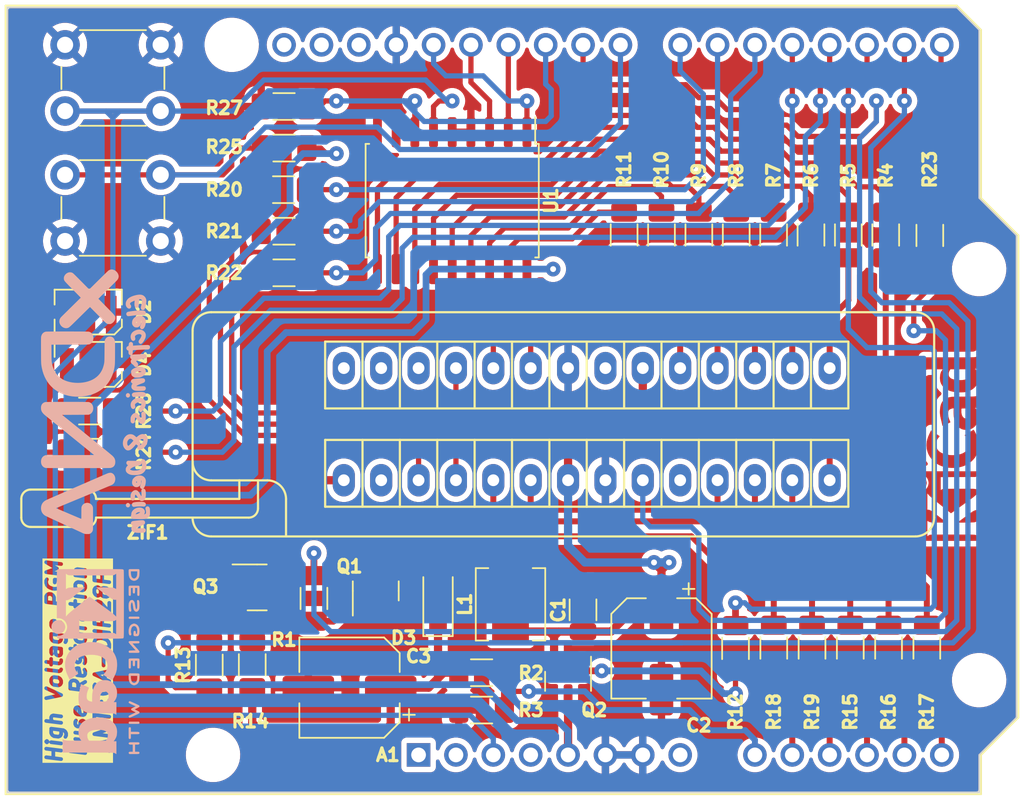
<source format=kicad_pcb>
(kicad_pcb (version 20221018) (generator pcbnew)
  (title_block (title "RESTORE AVR FUSES SMD") (date "2023-03-02") (rev "1.1v") (company "xDNA Electronics & Design"))
  (layers (0 "F.Cu" signal) (31 "B.Cu" signal) (34 "B.Paste" user) (35 "F.Paste" user) (36 "B.SilkS" user "B.Silkscreen") (37 "F.SilkS" user "F.Silkscreen") (38 "B.Mask" user) (39 "F.Mask" user) (44 "Edge.Cuts" user))
  (net 0 "")
  (net 1 "GND")
  (net 2 "HIGH")
  (net 3 "POWER")
  (net 4 "PWM")
  (net 7 "RDY")
  (net 8 "OE")
  (net 9 "WR")
  (net 10 "BS1")
  (net 11 "VCC")
  (net 12 "PULSE")
  (net 13 "XA0")
  (net 15 "XA1")
  (net 16 "PAGEL")
  (net 17 "DAT0")
  (net 18 "BS2")
  (net 24 "RESET")
  (net 27 "Net-(A1-A1)")
  (net 28 "Net-(A1-A2)")
  (net 29 "Net-(A1-A3)")
  (net 30 "ADC")
  (net 31 "Net-(A1-SDA{slash}A4-Pad13)")
  (net 32 "Net-(A1-SCL{slash}A5-Pad14)")
  (net 33 "BUTTON")
  (net 34 "LED_1")
  (net 35 "LED_2")
  (net 36 "+5C")
  (net 37 "DAT1")
  (net 38 "DAT2")
  (net 39 "DAT3")
  (net 40 "DAT4")
  (net 41 "DAT5")
  (net 42 "DAT6")
  (net 43 "DAT7")
  (net 44 "Net-(D4-A)")
  (net 45 "Net-(A1-D0{slash}RX)")
  (net 46 "Net-(A1-D5)")
  (net 47 "Net-(A1-D6)")
  (net 48 "Net-(A1-D7)")
  (net 49 "CS")
  (net 50 "MOSI")
  (net 51 "MISO")
  (net 52 "SCK")
  (net 56 "+12C")
  (net 57 "Net-(D2-A)")
  (net 58 "Net-(D3-A)")
  (net 59 "Net-(Q1-B)")
  (net 60 "Net-(Q2-B)")
  (net 61 "Net-(Q3-B)")
  (net 62 "VPP")
  (net 63 "Net-(U1-GP0)")
  (net 64 "Net-(U1-GP1)")
  (net 65 "Net-(U1-GP2)")
  (net 66 "Net-(U1-GP3)")
  (net 67 "Net-(U1-GP4)")
  (net 68 "Net-(U1-GP5)")
  (net 69 "Net-(U1-GP6)")
  (net 70 "Net-(U1-GP7)")
  (footprint "Resistor_SMD:R_1206_3216Metric_Pad1.30x1.75mm_HandSolder" (layer "F.Cu") (at 133.8235 121.412)
    (fp_text reference "R2")
    (fp_text value "4K7")
  )
  (footprint "Button_Switch_THT:SW_PUSH_6mm" (layer "F.Cu") (at 105.514 78.74)
    (fp_text reference "SW2" hide)
    (fp_text value "RESET")
  )
  (footprint "x_Arduino_Shield:x_Arduino_UNO_R3" (layer "F.Cu") (at 129.54 127)
    (fp_text reference "A1")
    (fp_text value "Arduino_UNO_R3_SHIELD_PIN_HEADER" hide)
    (fp_line (start -27.94 -50.8) (end -27.94 2.54) (stroke (width 0.1)) (layer "Edge.Cuts"))
    (fp_line (start -27.94 2.54) (end 38.1 2.54) (stroke (width 0.1)) (layer "Edge.Cuts"))
    (fp_line (start 36.58 -50.8) (end -27.94 -50.8) (stroke (width 0.1)) (layer "Edge.Cuts"))
    (fp_line (start 38.1 -49.28) (end 36.58 -50.8) (stroke (width 0.1)) (layer "Edge.Cuts"))
    (fp_line (start 38.1 -37.85) (end 38.1 -49.28) (stroke (width 0.1)) (layer "Edge.Cuts"))
    (fp_line (start 38.1 0) (end 40.64 -2.54) (stroke (width 0.1)) (layer "Edge.Cuts"))
    (fp_line (start 38.1 2.54) (end 38.1 0) (stroke (width 0.1)) (layer "Edge.Cuts"))
    (fp_line (start 40.64 -35.31) (end 38.1 -37.85) (stroke (width 0.1)) (layer "Edge.Cuts"))
    (fp_line (start 40.64 -2.54) (end 40.64 -35.31) (stroke (width 0.1)) (layer "Edge.Cuts"))
  )
  (footprint "Resistor_SMD:R_1206_3216Metric_Pad1.30x1.75mm_HandSolder" (layer "F.Cu") (at 107.188 106.426 180)
    (fp_text reference "R24")
    (fp_text value "22R")
  )
  (footprint "Resistor_SMD:R_1206_3216Metric_Pad1.30x1.75mm_HandSolder" (layer "F.Cu") (at 158.882664 119.735 -90)
    (fp_text reference "R15")
    (fp_text value "22R")
  )
  (footprint "x_Led_SMD:LED_1210RVC" (layer "F.Cu") (at 107.088 96.901 90)
    (fp_text reference "D2")
    (fp_text value "LED")
  )
  (footprint "x_Led_SMD:LED_1210RVC" (layer "F.Cu") (at 107.088 100.457 90)
    (fp_text reference "D4")
    (fp_text value "LED")
  )
  (footprint "Resistor_SMD:R_1206_3216Metric_Pad1.30x1.75mm_HandSolder" (layer "F.Cu") (at 120.396 85.75675 180)
    (fp_text reference "R25")
    (fp_text value "1K")
  )
  (footprint "Resistor_SMD:R_1206_3216Metric_Pad1.30x1.75mm_HandSolder" (layer "F.Cu") (at 143.51 91.662513 90)
    (fp_text reference "R11")
    (fp_text value "22R")
  )
  (footprint "Package_TO_SOT_SMD:SOT-23" (layer "F.Cu") (at 139.7 121.9985 -90)
    (fp_text reference "Q2")
    (fp_text value "MMBT2222A")
  )
  (footprint "Resistor_SMD:R_1206_3216Metric_Pad1.30x1.75mm_HandSolder" (layer "F.Cu") (at 151.13 91.662513 90)
    (fp_text reference "R8")
    (fp_text value "22R")
  )
  (footprint "Capacitor_SMD:C_1206_3216Metric" (layer "F.Cu") (at 140.716 117.14 90)
    (fp_text reference "C1")
    (fp_text value "100nF")
  )
  (footprint "x_Sockets_ZIF:SOCKET_28P_W50.4_H14.9_P7.62x2.45" (layer "F.Cu") (at 139.37 104.521 90)
    (fp_text reference "ZIF1")
    (fp_text value "SOCKET_28P_W50.4_H14.9_P7.62x2.45" hide)
  )
  (footprint "Resistor_SMD:R_1206_3216Metric_Pad1.30x1.75mm_HandSolder" (layer "F.Cu") (at 122.428 116.365 90)
    (fp_text reference "R1")
    (fp_text value "1K")
  )
  (footprint "Resistor_SMD:R_1206_3216Metric_Pad1.30x1.75mm_HandSolder" (layer "F.Cu") (at 118.237 120.878 90)
    (fp_text reference "R14")
    (fp_text value "1K")
  )
  (footprint "Button_Switch_THT:SW_PUSH_6mm" (layer "F.Cu") (at 105.514 87.5751)
    (fp_text reference "SW1" hide)
    (fp_text value "START")
  )
  (footprint "Resistor_SMD:R_1206_3216Metric_Pad1.30x1.75mm_HandSolder" (layer "F.Cu") (at 151.080666 119.761 90)
    (fp_text reference "R12")
    (fp_text value "1K")
  )
  (footprint "Resistor_SMD:R_1206_3216Metric_Pad1.30x1.75mm_HandSolder" (layer "F.Cu") (at 158.75 91.662513 90)
    (fp_text reference "R5")
    (fp_text value "22R")
  )
  (footprint "Symbol:KiCad-Logo2_5mm_Copper" (layer "F.Cu") (at 166.116 106.172 90)
    (fp_text reference "REF**" hide)
    (fp_text value "KiCad-Logo2_5mm_Copper" hide)
  )
  (footprint "Resistor_SMD:R_1206_3216Metric_Pad1.30x1.75mm_HandSolder" (layer "F.Cu") (at 156.281998 119.735 -90)
    (fp_text reference "R19")
    (fp_text value "22R")
  )
  (footprint "Resistor_SMD:R_1206_3216Metric_Pad1.30x1.75mm_HandSolder" (layer "F.Cu") (at 161.48333 119.735 -90)
    (fp_text reference "R16")
    (fp_text value "22R")
  )
  (footprint "Package_TO_SOT_SMD:SOT-23" (layer "F.Cu") (at 126.63 115.8525 90)
    (fp_text reference "Q1")
    (fp_text value "MMBT2222A")
  )
  (footprint "Inductor_SMD:L_Sunlord_MWSA0402S" (layer "F.Cu") (at 135.789 116.765 90)
    (fp_text reference "L1")
    (fp_text value "220uH")
  )
  (footprint "Resistor_SMD:R_1206_3216Metric_Pad1.30x1.75mm_HandSolder" (layer "F.Cu") (at 120.396 94.234)
    (fp_text reference "R22")
    (fp_text value "22R")
  )
  (footprint "Capacitor_SMD:CP_Elec_6.3x5.2" (layer "F.Cu") (at 146.05 119.761 -90)
    (fp_text reference "C2")
    (fp_text value "220uF")
  )
  (footprint "Resistor_SMD:R_1206_3216Metric_Pad1.30x1.75mm_HandSolder" (layer "F.Cu") (at 120.37 88.5825)
    (fp_text reference "R20")
    (fp_text value "22R")
  )
  (footprint "Package_SO:SOIC-18W_7.5x11.6mm_P1.27mm" (layer "F.Cu") (at 131.826 89.33 -90)
    (fp_text reference "U1")
    (fp_text value "MCP23S08")
  )
  (footprint "Resistor_SMD:R_1206_3216Metric_Pad1.30x1.75mm_HandSolder" (layer "F.Cu") (at 164.2872 91.694 90)
    (fp_text reference "R23")
    (fp_text value "22R")
  )
  (footprint "Resistor_SMD:R_1206_3216Metric_Pad1.30x1.75mm_HandSolder" (layer "F.Cu") (at 153.681332 119.735 -90)
    (fp_text reference "R18")
    (fp_text value "22R")
  )
  (footprint "Resistor_SMD:R_1206_3216Metric_Pad1.30x1.75mm_HandSolder" (layer "F.Cu") (at 115.316 120.904 -90)
    (fp_text reference "R13")
    (fp_text value "4K7")
  )
  (footprint "Resistor_SMD:R_1206_3216Metric_Pad1.30x1.75mm_HandSolder" (layer "F.Cu") (at 153.67 91.662513 90)
    (fp_text reference "R7")
    (fp_text value "22R")
  )
  (footprint "Resistor_SMD:R_1206_3216Metric_Pad1.30x1.75mm_HandSolder" (layer "F.Cu") (at 146.05 91.662513 90)
    (fp_text reference "R10")
    (fp_text value "22R")
  )
  (footprint "Capacitor_SMD:CP_Elec_6.3x5.9" (layer "F.Cu") (at 124.847 122.428 180)
    (fp_text reference "C3")
    (fp_text value "47uF")
  )
  (footprint "Resistor_SMD:R_1206_3216Metric_Pad1.30x1.75mm_HandSolder" (layer "F.Cu") (at 133.8235 123.952 180)
    (fp_text reference "R3")
    (fp_text value "2K2")
  )
  (footprint "Resistor_SMD:R_1206_3216Metric_Pad1.30x1.75mm_HandSolder" (layer "F.Cu") (at 164.084 119.735 -90)
    (fp_text reference "R17")
    (fp_text value "22R")
  )
  (footprint "Resistor_SMD:R_1206_3216Metric_Pad1.30x1.75mm_HandSolder" (layer "F.Cu") (at 107.188 103.630732 180)
    (fp_text reference "R26")
    (fp_text value "22R")
  )
  (footprint "Resistor_SMD:R_1206_3216Metric_Pad1.30x1.75mm_HandSolder" (layer "F.Cu") (at 120.396 82.931)
    (fp_text reference "R27")
    (fp_text value "1K")
  )
  (footprint "Package_TO_SOT_SMD:SOT-23" (layer "F.Cu") (at 118.5695 115.615)
    (fp_text reference "Q3")
    (fp_text value "MMBT2222A")
  )
  (footprint "Resistor_SMD:R_1206_3216Metric_Pad1.30x1.75mm_HandSolder" (layer "F.Cu") (at 156.21 91.662513 90)
    (fp_text reference "R6")
    (fp_text value "22R")
  )
  (footprint "Diode_SMD:D_SOD-123" (layer "F.Cu") (at 130.862 116.565 90)
    (fp_text reference "D3")
    (fp_text value "1N4148W")
  )
  (footprint "Resistor_SMD:R_1206_3216Metric_Pad1.30x1.75mm_HandSolder" (layer "F.Cu") (at 120.396 91.40825)
    (fp_text reference "R21")
    (fp_text value "22R")
  )
  (footprint "Resistor_SMD:R_1206_3216Metric_Pad1.30x1.75mm_HandSolder" (layer "F.Cu") (at 148.59 91.662513 90)
    (fp_text reference "R9")
    (fp_text value "22R")
  )
  (footprint "Resistor_SMD:R_1206_3216Metric_Pad1.30x1.75mm_HandSolder" (layer "F.Cu") (at 161.29 91.662513 90)
    (fp_text reference "R4")
    (fp_text value "22R")
  )
  (footprint "x_Logos:xdna_electronics_design_round_skill" (layer "B.Cu") (at 107.577204 102.997 -90)
    (fp_text reference "G***" hide)
    (fp_text value "LOGO" hide)
  )
  (footprint "Symbol:KiCad-Logo2_5mm_SilkScreen" (layer "B.Cu") (at 107.569 120.65 -90)
    (fp_text reference "REF**" hide)
    (fp_text value "KiCad-Logo2_5mm_SilkScreen" hide)
  )
  (gr_text "High Voltage PGM\nFuse Restoration\nAMTEGA-DIP28P" (at 106.426 120.65 90) (layer "F.SilkS" knockout) (effects (font (size 1.016 1.016) (thickness 0.254) bold italic)))
  (segment (start 162.56 78.74) (end 162.56 82.55) (width 0.3556) (layer "F.Cu") (net 2))
  (segment (start 112.522 121.92) (end 113.03 122.428) (width 0.3556) (layer "F.Cu") (net 2))
  (segment (start 113.03 122.428) (end 115.29 122.428) (width 0.3556) (layer "F.Cu") (net 2))
  (segment (start 112.522 119.38) (end 112.522 121.92) (width 0.3556) (layer "F.Cu") (net 2))
  (via (at 112.522 119.38) (size 1) (drill 0.4) (layers "F.Cu" "B.Cu") (net 2))
  (via (at 162.56 82.55) (size 1) (drill 0.4) (layers "F.Cu" "B.Cu") (net 2))
  (segment (start 165.862 119.38) (end 166.878 118.364) (width 0.3556) (layer "B.Cu") (net 2))
  (segment (start 166.878 97.536) (end 165.608 96.266) (width 0.3556) (layer "B.Cu") (net 2))
  (segment (start 166.878 118.364) (end 166.878 97.536) (width 0.3556) (layer "B.Cu") (net 2))
  (segment (start 162.56 83.439) (end 162.56 82.55) (width 0.3556) (layer "B.Cu") (net 2))
  (segment (start 112.522 119.38) (end 147.447 119.38) (width 0.3556) (layer "B.Cu") (net 2))
  (segment (start 161.036 96.266) (end 160.274 95.504) (width 0.3556) (layer "B.Cu") (net 2))
  (segment (start 160.274 85.725) (end 162.56 83.439) (width 0.3556) (layer "B.Cu") (net 2))
  (segment (start 160.274 95.504) (end 160.274 85.725) (width 0.3556) (layer "B.Cu") (net 2))
  (segment (start 112.522 119.38) (end 165.862 119.38) (width 0.3556) (layer "B.Cu") (net 2))
  (segment (start 165.608 96.266) (end 161.036 96.266) (width 0.3556) (layer "B.Cu") (net 2))
  (segment (start 158.75 81.429999) (end 158.75 82.55) (width 0.3556) (layer "F.Cu") (net 3))
  (segment (start 160.02 80.159999) (end 160.02 78.74) (width 0.3556) (layer "F.Cu") (net 3))
  (segment (start 160.02 80.159999) (end 158.75 81.429999) (width 0.3556) (layer "F.Cu") (net 3))
  (segment (start 151.080666 116.6622) (end 151.080666 118.211) (width 0.4572) (layer "F.Cu") (net 3))
  (via (at 151.080666 116.6622) (size 1) (drill 0.4) (layers "F.Cu" "B.Cu") (net 3))
  (via (at 158.75 82.55) (size 1) (drill 0.4) (layers "F.Cu" "B.Cu") (net 3))
  (segment (start 164.338 117.094) (end 164.592 116.84) (width 0.3556) (layer "B.Cu") (net 3))
  (segment (start 164.338 99.314) (end 160.02 99.314) (width 0.3556) (layer "B.Cu") (net 3))
  (segment (start 151.7142 116.6622) (end 152.146 117.094) (width 0.3556) (layer "B.Cu") (net 3))
  (segment (start 164.592 99.568) (end 164.338 99.314) (width 0.3556) (layer "B.Cu") (net 3))
  (segment (start 151.080666 116.6622) (end 151.7142 116.6622) (width 0.3556) (layer "B.Cu") (net 3))
  (segment (start 164.592 116.84) (end 164.592 99.568) (width 0.3556) (layer "B.Cu") (net 3))
  (segment (start 158.75 98.044) (end 158.75 82.55) (width 0.3556) (layer "B.Cu") (net 3))
  (segment (start 152.146 117.094) (end 164.338 117.094) (width 0.3556) (layer "B.Cu") (net 3))
  (segment (start 160.02 99.314) (end 158.75 98.044) (width 0.3556) (layer "B.Cu") (net 3))
  (segment (start 150.498719 83.137919) (end 151.971919 83.137919) (width 0.3556) (layer "F.Cu") (net 4))
  (segment (start 140.72 78.74) (end 140.72 80.336256) (width 0.3556) (layer "F.Cu") (net 4))
  (segment (start 155.321 84.963) (end 159.639 84.963) (width 0.3556) (layer "F.Cu") (net 4))
  (segment (start 148.579982 82.328838) (end 149.689638 82.328838) (width 0.3556) (layer "F.Cu") (net 4))
  (segment (start 159.639 84.963) (end 160.655 83.947) (width 0.3556) (layer "F.Cu") (net 4))
  (segment (start 151.971919 83.137919) (end 153.035 84.201) (width 0.3556) (layer "F.Cu") (net 4))
  (segment (start 153.035 84.201) (end 154.559 84.201) (width 0.3556) (layer "F.Cu") (net 4))
  (segment (start 141.8336 81.449856) (end 147.701 81.449856) (width 0.3556) (layer "F.Cu") (net 4))
  (segment (start 149.689638 82.328838) (end 150.498719 83.137919) (width 0.3556) (layer "F.Cu") (net 4))
  (segment (start 122.428 113.284) (end 122.428 114.815) (width 0.4572) (layer "F.Cu") (net 4))
  (segment (start 154.559 84.201) (end 155.321 84.963) (width 0.3556) (layer "F.Cu") (net 4))
  (segment (start 160.655 83.947) (end 160.655 82.55) (width 0.3556) (layer "F.Cu") (net 4))
  (segment (start 140.72 80.336256) (end 141.8336 81.449856) (width 0.3556) (layer "F.Cu") (net 4))
  (segment (start 147.701 81.449856) (end 148.579982 82.328838) (width 0.3556) (layer "F.Cu") (net 4))
  (via (at 160.655 82.55) (size 1) (drill 0.4) (layers "F.Cu" "B.Cu") (net 4))
  (via (at 122.428 113.284) (size 1) (drill 0.4) (layers "F.Cu" "B.Cu") (net 4))
  (segment (start 159.512 85.09) (end 160.655 83.947) (width 0.3556) (layer "B.Cu") (net 4))
  (segment (start 166.116 117.856) (end 166.116 98.044) (width 0.3556) (layer "B.Cu") (net 4))
  (segment (start 160.655 97.028) (end 159.512 95.885) (width 0.3556) (layer "B.Cu") (net 4))
  (segment (start 165.354 118.618) (end 166.116 117.856) (width 0.3556) (layer "B.Cu") (net 4))
  (segment (start 122.428 113.284) (end 122.428 117.475) (width 0.3556) (layer "B.Cu") (net 4))
  (segment (start 165.1 97.028) (end 160.655 97.028) (width 0.3556) (layer "B.Cu") (net 4))
  (segment (start 159.512 95.885) (end 159.512 85.09) (width 0.3556) (layer "B.Cu") (net 4))
  (segment (start 123.571 118.618) (end 165.354 118.618) (width 0.3556) (layer "B.Cu") (net 4))
  (segment (start 122.428 117.475) (end 123.571 118.618) (width 0.3556) (layer "B.Cu") (net 4))
  (segment (start 166.116 98.044) (end 165.1 97.028) (width 0.3556) (layer "B.Cu") (net 4))
  (segment (start 160.655 83.947) (end 160.655 82.55) (width 0.3556) (layer "B.Cu") (net 4))
  (segment (start 116.84 89.027) (end 116.84 90.805) (width 0.3556) (layer "F.Cu") (net 7))
  (segment (start 115.316 102.87) (end 117.728999 105.282999) (width 0.3556) (layer "F.Cu") (net 7))
  (segment (start 129.54 108.331) (end 129.54 105.981499) (width 0.3556) (layer "F.Cu") (net 7))
  (segment (start 116.078 91.567) (end 116.078 93.091) (width 0.3556) (layer "F.Cu") (net 7))
  (segment (start 117.728999 105.282999) (end 128.8415 105.282999) (width 0.3556) (layer "F.Cu") (net 7))
  (segment (start 116.84 90.805) (end 116.078 91.567) (width 0.3556) (layer "F.Cu") (net 7))
  (segment (start 115.316 102.87) (end 115.316 93.853) (width 0.3556) (layer "F.Cu") (net 7))
  (segment (start 129.54 105.981499) (end 128.8415 105.282999) (width 0.3556) (layer "F.Cu") (net 7))
  (segment (start 116.078 93.091) (end 115.316 93.853) (width 0.3556) (layer "F.Cu") (net 7))
  (segment (start 118.82 88.5825) (end 117.2845 88.5825) (width 0.3556) (layer "F.Cu") (net 7))
  (segment (start 128.8415 105.282999) (end 122.809 105.282999) (width 0.3556) (layer "F.Cu") (net 7))
  (segment (start 117.2845 88.5825) (end 116.84 89.027) (width 0.3556) (layer "F.Cu") (net 7))
  (segment (start 116.078 94.234) (end 116.84 93.472) (width 0.3556) (layer "F.Cu") (net 8))
  (segment (start 117.982999 104.520999) (end 116.078 102.616) (width 0.3556) (layer "F.Cu") (net 8))
  (segment (start 116.078 102.616) (end 116.078 94.234) (width 0.3556) (layer "F.Cu") (net 8))
  (segment (start 116.84 93.472) (end 116.84 91.948) (width 0.3556) (layer "F.Cu") (net 8))
  (segment (start 132.08 105.282999) (end 131.318 104.520999) (width 0.3556) (layer "F.Cu") (net 8))
  (segment (start 117.37975 91.40825) (end 118.846 91.40825) (width 0.3556) (layer "F.Cu") (net 8))
  (segment (start 116.84 91.948) (end 117.37975 91.40825) (width 0.3556) (layer "F.Cu") (net 8))
  (segment (start 132.08 108.331) (end 132.08 105.282999) (width 0.3556) (layer "F.Cu") (net 8))
  (segment (start 131.318 104.520999) (end 117.982999 104.520999) (width 0.3556) (layer "F.Cu") (net 8))
  (segment (start 135.255 111.125) (end 134.62 110.49) (width 0.4064) (layer "F.Cu") (net 9))
  (segment (start 134.62 110.49) (end 134.62 108.331) (width 0.4064) (layer "F.Cu") (net 9))
  (segment (start 153.035 114.808) (end 153.681332 115.454332) (width 0.4064) (layer "F.Cu") (net 9))
  (segment (start 153.035 114.808) (end 150.749 114.808) (width 0.4064) (layer "F.Cu") (net 9))
  (segment (start 153.681332 118.185) (end 153.681332 115.454332) (width 0.4064) (layer "F.Cu") (net 9))
  (segment (start 137.668 112.141) (end 136.652 111.125) (width 0.4064) (layer "F.Cu") (net 9))
  (segment (start 136.652 111.125) (end 135.255 111.125) (width 0.4064) (layer "F.Cu") (net 9))
  (segment (start 148.082 112.141) (end 150.749 114.808) (width 0.4064) (layer "F.Cu") (net 9))
  (segment (start 148.082 112.141) (end 137.668 112.141) (width 0.4064) (layer "F.Cu") (net 9))
  (segment (start 137.16 108.331) (end 137.16 110.236) (width 0.4064) (layer "F.Cu") (net 10))
  (segment (start 156.281998 115.641998) (end 156.281998 118.185) (width 0.4064) (layer "F.Cu") (net 10))
  (segment (start 148.971 111.125) (end 151.66975 113.82375) (width 0.4064) (layer "F.Cu") (net 10))
  (segment (start 138.049 111.125) (end 148.971 111.125) (width 0.4064) (layer "F.Cu") (net 10))
  (segment (start 154.46375 113.82375) (end 156.281998 115.641998) (width 0.4064) (layer "F.Cu") (net 10))
  (segment (start 137.16 110.236) (end 138.049 111.125) (width 0.4064) (layer "F.Cu") (net 10))
  (segment (start 151.66975 113.82375) (end 154.46375 113.82375) (width 0.4064) (layer "F.Cu") (net 10))
  (segment (start 139.7 105.155999) (end 140.335 104.520999) (width 0.5588) (layer "F.Cu") (net 11))
  (segment (start 146.044 116.967) (end 146.05 116.961) (width 0.5588) (layer "F.Cu") (net 11))
  (segment (start 144.78 103.885999) (end 144.78 100.711) (width 0.5588) (layer "F.Cu") (net 11))
  (segment (start 142.624 118.615) (end 144.272 116.967) (width 0.5588) (layer "F.Cu") (net 11))
  (segment (start 146.558 113.919) (end 146.05 114.427) (width 0.5588) (layer "F.Cu") (net 11))
  (segment (start 140.335 104.520999) (end 144.145 104.520999) (width 0.5588) (layer "F.Cu") (net 11))
  (segment (start 144.272 116.967) (end 146.044 116.967) (width 0.5588) (layer "F.Cu") (net 11))
  (segment (start 146.05 114.427) (end 146.05 116.961) (width 0.5588) (layer "F.Cu") (net 11))
  (segment (start 139.7 108.331) (end 139.7 105.155999) (width 0.5588) (layer "F.Cu") (net 11))
  (segment (start 140.716 118.615) (end 142.624 118.615) (width 0.5588) (layer "F.Cu") (net 11))
  (segment (start 138.75 118.935) (end 139.07 118.615) (width 0.5588) (layer "F.Cu") (net 11))
  (segment (start 138.75 121.061) (end 138.75 118.935) (width 0.5588) (layer "F.Cu") (net 11))
  (segment (start 145.542 113.919) (end 146.05 114.427) (width 0.5588) (layer "F.Cu") (net 11))
  (segment (start 144.145 104.520999) (end 144.78 103.885999) (width 0.5588) (layer "F.Cu") (net 11))
  (segment (start 138.75 118.935) (end 138.43 118.615) (width 0.5588) (layer "F.Cu") (net 11))
  (segment (start 135.789 118.615) (end 140.716 118.615) (width 0.5588) (layer "F.Cu") (net 11))
  (via (at 146.558 113.919) (size 1) (drill 0.4) (layers "F.Cu" "B.Cu") (net 11))
  (via (at 145.542 113.919) (size 1) (drill 0.4) (layers "F.Cu" "B.Cu") (net 11))
  (segment (start 146.558 113.919) (end 140.843 113.919) (width 0.5588) (layer "B.Cu") (net 11))
  (segment (start 145.542 113.919) (end 146.558 113.919) (width 0.5588) (layer "B.Cu") (net 11))
  (segment (start 139.7 112.776) (end 139.7 108.331) (width 0.5588) (layer "B.Cu") (net 11))
  (segment (start 140.843 113.919) (end 139.7 112.776) (width 0.5588) (layer "B.Cu") (net 11))
  (segment (start 163.195 98.171) (end 163.195 96.3422) (width 0.3556) (layer "F.Cu") (net 12))
  (segment (start 163.195 96.3422) (end 164.2872 95.25) (width 0.3556) (layer "F.Cu") (net 12))
  (segment (start 164.2872 93.244) (end 164.2872 95.25) (width 0.3556) (layer "F.Cu") (net 12))
  (via (at 163.195 98.171) (size 1) (drill 0.4) (layers "F.Cu" "B.Cu") (net 12))
  (segment (start 144.78 110.998) (end 145.288 111.506) (width 0.3556) (layer "B.Cu") (net 12))
  (segment (start 148.082 111.506) (end 148.59 112.014) (width 0.3556) (layer "B.Cu") (net 12))
  (segment (start 148.59 112.014) (end 148.59 117.094) (width 0.3556) (layer "B.Cu") (net 12))
  (segment (start 145.288 111.506) (end 148.082 111.506) (width 0.3556) (layer "B.Cu") (net 12))
  (segment (start 165.354 117.348) (end 165.354 98.806) (width 0.3556) (layer "B.Cu") (net 12))
  (segment (start 164.719 98.171) (end 165.354 98.806) (width 0.3556) (layer "B.Cu") (net 12))
  (segment (start 144.78 108.331) (end 144.78 110.998) (width 0.3556) (layer "B.Cu") (net 12))
  (segment (start 163.195 98.171) (end 164.719 98.171) (width 0.3556) (layer "B.Cu") (net 12))
  (segment (start 148.59 117.094) (end 149.352 117.856) (width 0.3556) (layer "B.Cu") (net 12))
  (segment (start 164.846 117.856) (end 165.354 117.348) (width 0.3556) (layer "B.Cu") (net 12))
  (segment (start 149.352 117.856) (end 164.846 117.856) (width 0.3556) (layer "B.Cu") (net 12))
  (segment (start 152.5905 112.8395) (end 156.0195 112.8395) (width 0.4064) (layer "F.Cu") (net 13))
  (segment (start 149.86 108.331) (end 149.86 110.109) (width 0.4064) (layer "F.Cu") (net 13))
  (segment (start 158.877 115.697) (end 158.877 118.179336) (width 0.4064) (layer "F.Cu") (net 13))
  (segment (start 156.0195 112.8395) (end 158.877 115.697) (width 0.4064) (layer "F.Cu") (net 13))
  (segment (start 158.877 118.179336) (end 158.882664 118.185) (width 0.4064) (layer "F.Cu") (net 13))
  (segment (start 149.86 110.109) (end 152.5905 112.8395) (width 0.4064) (layer "F.Cu") (net 13))
  (segment (start 152.4 110.49) (end 153.76525 111.85525) (width 0.4064) (layer "F.Cu") (net 15))
  (segment (start 157.57525 111.85525) (end 161.48333 115.76333) (width 0.4064) (layer "F.Cu") (net 15))
  (segment (start 161.48333 115.76333) (end 161.48333 118.185) (width 0.4064) (layer "F.Cu") (net 15))
  (segment (start 153.76525 111.85525) (end 157.57525 111.85525) (width 0.4064) (layer "F.Cu") (net 15))
  (segment (start 152.4 108.331) (end 152.4 110.49) (width 0.4064) (layer "F.Cu") (net 15))
  (segment (start 155.321 110.871) (end 159.385 110.871) (width 0.4064) (layer "F.Cu") (net 16))
  (segment (start 154.94 110.49) (end 155.321 110.871) (width 0.4064) (layer "F.Cu") (net 16))
  (segment (start 164.084 115.57) (end 164.084 118.185) (width 0.4064) (layer "F.Cu") (net 16))
  (segment (start 159.385 110.871) (end 164.084 115.57) (width 0.4064) (layer "F.Cu") (net 16))
  (segment (start 154.94 108.331) (end 154.94 110.49) (width 0.4064) (layer "F.Cu") (net 16))
  (segment (start 157.48 105.282999) (end 157.48 108.331) (width 0.4064) (layer "F.Cu") (net 17))
  (segment (start 161.29 103.632) (end 160.401001 104.520999) (width 0.4064) (layer "F.Cu") (net 17))
  (segment (start 161.29 93.091) (end 161.29 103.632) (width 0.4064) (layer "F.Cu") (net 17))
  (segment (start 158.242 104.520999) (end 157.48 105.282999) (width 0.4064) (layer "F.Cu") (net 17))
  (segment (start 160.401001 104.520999) (end 158.242 104.520999) (width 0.4064) (layer "F.Cu") (net 17))
  (segment (start 118.236999 103.758999) (end 116.84 102.362) (width 0.3556) (layer "F.Cu") (net 18))
  (segment (start 131.318 103.758999) (end 118.236999 103.758999) (width 0.3556) (layer "F.Cu") (net 18))
  (segment (start 132.08 102.996999) (end 131.318 103.758999) (width 0.3556) (layer "F.Cu") (net 18))
  (segment (start 132.08 100.711) (end 132.08 102.996999) (width 0.3556) (layer "F.Cu") (net 18))
  (segment (start 116.84 102.362) (end 116.84 94.615) (width 0.3556) (layer "F.Cu") (net 18))
  (segment (start 116.84 94.615) (end 117.221 94.234) (width 0.3556) (layer "F.Cu") (net 18))
  (segment (start 117.221 94.234) (end 118.846 94.234) (width 0.3556) (layer "F.Cu") (net 18))
  (segment (start 130.556 82.931) (end 130.556 84.68) (width 0.3556) (layer "F.Cu") (net 24))
  (segment (start 131.826 82.555487) (end 130.931513 82.555487) (width 0.3556) (layer "F.Cu") (net 24))
  (segment (start 105.514 83.24) (end 112.014 83.24) (width 0.3556) (layer "F.Cu") (net 24))
  (segment (start 130.931513 82.555487) (end 130.556 82.931) (width 0.3556) (layer "F.Cu") (net 24))
  (via (at 131.826 82.555487) (size 1) (drill 0.4) (layers "F.Cu" "B.Cu") (net 24))
  (segment (start 112.014 83.24) (end 116.912 83.24) (width 0.3556) (layer "B.Cu") (net 24))
  (segment (start 108.763999 97.128401) (end 104.8512 101.0412) (width 0.3556) (layer "B.Cu") (net 24))
  (segment (start 119.0244 81.1276) (end 130.0226 81.1276) (width 0.3556) (layer "B.Cu") (net 24))
  (segment (start 106.7816 124.3076) (end 133.0452 124.3076) (width 0.3556) (layer "B.Cu") (net 24))
  (segment (start 133.0452 124.3076) (end 134.62 125.8824) (width 0.3556) (layer "B.Cu") (net 24))
  (segment (start 130.0226 81.1276) (end 131.450487 82.555487) (width 0.3556) (layer "B.Cu") (net 24))
  (segment (start 131.450487 82.555487) (end 131.826 82.555487) (width 0.3556) (layer "B.Cu") (net 24))
  (segment (start 105.514 83.24) (end 108.3056 83.24) (width 0.3556) (layer "B.Cu") (net 24))
  (segment (start 108.3056 83.24) (end 108.763999 83.698399) (width 0.3556) (layer "B.Cu") (net 24))
  (segment (start 104.8512 122.3772) (end 106.7816 124.3076) (width 0.3556) (layer "B.Cu") (net 24))
  (segment (start 116.912 83.24) (end 119.0244 81.1276) (width 0.3556) (layer "B.Cu") (net 24))
  (segment (start 134.62 125.8824) (end 134.62 127) (width 0.3556) (layer "B.Cu") (net 24))
  (segment (start 108.763999 83.698399) (end 108.763999 97.128401) (width 0.3556) (layer "B.Cu") (net 24))
  (segment (start 108.7628 83.698399) (end 109.221199 83.24) (width 0.3556) (layer "B.Cu") (net 24))
  (segment (start 104.8512 101.0412) (end 104.8512 122.3772) (width 0.3556) (layer "B.Cu") (net 24))
  (segment (start 108.3056 83.24) (end 112.014 83.24) (width 0.3556) (layer "B.Cu") (net 24))
  (segment (start 153.681332 123.438165) (end 153.681332 121.285) (width 0.4064) (layer "F.Cu") (net 27))
  (segment (start 154.94 124.696833) (end 154.94 127) (width 0.4064) (layer "F.Cu") (net 27))
  (segment (start 153.681332 123.438165) (end 154.94 124.696833) (width 0.4064) (layer "F.Cu") (net 27))
  (segment (start 157.48 124.6665) (end 157.48 127) (width 0.4064) (layer "F.Cu") (net 28))
  (segment (start 156.281998 123.468498) (end 157.48 124.6665) (width 0.4064) (layer "F.Cu") (net 28))
  (segment (start 156.281998 123.468498) (end 156.281998 121.285) (width 0.4064) (layer "F.Cu") (net 28))
  (segment (start 158.882664 123.498831) (end 158.882664 121.285) (width 0.4064) (layer "F.Cu") (net 29))
  (segment (start 158.882664 123.498831) (end 160.02 124.636167) (width 0.4064) (layer "F.Cu") (net 29))
  (segment (start 160.02 124.636167) (end 160.02 127) (width 0.4064) (layer "F.Cu") (net 29))
  (segment (start 135.3735 122.428) (end 135.3735 123.952) (width 0.4572) (layer "F.Cu") (net 30))
  (segment (start 135.6275 122.682) (end 135.3735 122.936) (width 0.3556) (layer "F.Cu") (net 30))
  (segment (start 137.033 122.682) (end 135.6275 122.682) (width 0.3556) (layer "F.Cu") (net 30))
  (segment (start 135.3735 121.412) (end 135.3735 122.428) (width 0.4572) (layer "F.Cu") (net 30))
  (segment (start 135.6275 122.682) (end 135.3735 122.428) (width 0.3556) (layer "F.Cu") (net 30))
  (via (at 137.033 122.682) (size 1) (drill 0.4) (layers "F.Cu" "B.Cu") (net 30))
  (segment (start 140.843 122.682) (end 137.033 122.682) (width 0.4064) (layer "B.Cu") (net 30))
  (segment (start 147.955 123.952) (end 142.113 123.952) (width 0.4064) (layer "B.Cu") (net 30))
  (segment (start 142.113 123.952) (end 140.843 122.682) (width 0.4064) (layer "B.Cu") (net 30))
  (segment (start 152.4 125.984) (end 151.7396 125.3236) (width 0.4064) (layer "B.Cu") (net 30))
  (segment (start 152.4 127) (end 152.4 125.984) (width 0.4064) (layer "B.Cu") (net 30))
  (segment (start 151.7396 125.3236) (end 149.3266 125.3236) (width 0.4064) (layer "B.Cu") (net 30))
  (segment (start 149.3266 125.3236) (end 147.955 123.952) (width 0.4064) (layer "B.Cu") (net 30))
  (segment (start 161.48333 123.529164) (end 161.48333 121.285) (width 0.4064) (layer "F.Cu") (net 31))
  (segment (start 161.48333 123.529164) (end 162.56 124.605834) (width 0.4064) (layer "F.Cu") (net 31))
  (segment (start 162.56 124.605834) (end 162.56 127) (width 0.4064) (layer "F.Cu") (net 31))
  (segment (start 164.084 123.559499) (end 164.084 121.285) (width 0.4064) (layer "F.Cu") (net 32))
  (segment (start 164.084 123.559499) (end 165.1 124.575499) (width 0.4064) (layer "F.Cu") (net 32))
  (segment (start 165.1 124.575499) (end 165.1 127) (width 0.4064) (layer "F.Cu") (net 32))
  (segment (start 116.84 86.9696) (end 116.84 86.3092) (width 0.3556) (layer "F.Cu") (net 33))
  (segment (start 112.014 87.5751) (end 116.2345 87.5751) (width 0.3556) (layer "F.Cu") (net 33))
  (segment (start 117.39245 85.75675) (end 118.846 85.75675) (width 0.3556) (layer "F.Cu") (net 33))
  (segment (start 116.84 86.3092) (end 117.39245 85.75675) (width 0.3556) (layer "F.Cu") (net 33))
  (segment (start 116.2345 87.5751) (end 116.84 86.9696) (width 0.3556) (layer "F.Cu") (net 33))
  (segment (start 105.514 87.5751) (end 112.014 87.5751) (width 0.3556) (layer "F.Cu") (net 33))
  (segment (start 112.014 87.5751) (end 115.8789 87.5751) (width 0.3556) (layer "B.Cu") (net 33))
  (segment (start 143.26 84.07) (end 143.26 78.74) (width 0.3556) (layer "B.Cu") (net 33))
  (segment (start 141.478 85.852) (end 143.26 84.07) (width 0.3556) (layer "B.Cu") (net 33))
  (segment (start 126.746 84.328) (end 128.27 85.852) (width 0.3556) (layer "B.Cu") (net 33))
  (segment (start 128.27 85.852) (end 141.478 85.852) (width 0.3556) (layer "B.Cu") (net 33))
  (segment (start 115.8789 87.5751) (end 119.126 84.328) (width 0.3556) (layer "B.Cu") (net 33))
  (segment (start 119.126 84.328) (end 126.746 84.328) (width 0.3556) (layer "B.Cu") (net 33))
  (segment (start 154.94 78.74) (end 154.94 82.55) (width 0.3556) (layer "F.Cu") (net 34))
  (segment (start 113.155767 103.630732) (end 108.738 103.630732) (width 0.3556) (layer "F.Cu") (net 34))
  (segment (start 113.03 103.631965) (end 113.155767 103.630732) (width 0.3556) (layer "F.Cu") (net 34))
  (via (at 113.03 103.631965) (size 1) (drill 0.4) (layers "F.Cu" "B.Cu") (net 34))
  (via (at 154.94 82.55) (size 1) (drill 0.4) (layers "F.Cu" "B.Cu") (net 34))
  (segment (start 153.289 91.011375) (end 154.94 89.360375) (width 0.3556) (layer "B.Cu") (net 34))
  (segment (start 127.508 95.377) (end 127.508 91.773375) (width 0.3556) (layer "B.Cu") (net 34))
  (segment (start 128.27 91.011375) (end 153.289 91.011375) (width 0.3556) (layer "B.Cu") (net 34))
  (segment (start 116.078 103.124) (end 116.078 98.9076) (width 0.3556) (layer "B.Cu") (net 34))
  (segment (start 154.94 89.360375) (end 154.94 82.55) (width 0.3556) (layer "B.Cu") (net 34))
  (segment (start 126.9238 95.9612) (end 127.508 95.377) (width 0.3556) (layer "B.Cu") (net 34))
  (segment (start 113.03 103.631965) (end 115.570035 103.631965) (width 0.3556) (layer "B.Cu") (net 34))
  (segment (start 127.508 91.773375) (end 128.27 91.011375) (width 0.3556) (layer "B.Cu") (net 34))
  (segment (start 115.570035 103.631965) (end 116.078 103.124) (width 0.3556) (layer "B.Cu") (net 34))
  (segment (start 119.0244 95.9612) (end 126.9238 95.9612) (width 0.3556) (layer "B.Cu") (net 34))
  (segment (start 116.078 98.9076) (end 119.0244 95.9612) (width 0.3556) (layer "B.Cu") (net 34))
  (segment (start 157.48 80.518) (end 157.48 78.74) (width 0.3556) (layer "F.Cu") (net 35))
  (segment (start 157.48 80.518) (end 156.845 81.153) (width 0.3556) (layer "F.Cu") (net 35))
  (segment (start 108.738 106.426) (end 113.03 106.426) (width 0.3556) (layer "F.Cu") (net 35))
  (segment (start 156.845 81.153) (end 156.845 82.55) (width 0.3556) (layer "F.Cu") (net 35))
  (via (at 156.845 82.55) (size 1) (drill 0.4) (layers "F.Cu" "B.Cu") (net 35))
  (via (at 113.03 106.426) (size 1) (drill 0.4) (layers "F.Cu" "B.Cu") (net 35))
  (segment (start 128.4224 92.5576) (end 129.159 91.821) (width 0.3556) (layer "B.Cu") (net 35))
  (segment (start 128.4224 95.9866) (end 128.4224 92.5576) (width 0.3556) (layer "B.Cu") (net 35))
  (segment (start 116.205 106.426) (end 116.9924 105.6386) (width 0.3556) (layer "B.Cu") (net 35))
  (segment (start 155.829 89.789) (end 155.829 84.963) (width 0.3556) (layer "B.Cu") (net 35))
  (segment (start 119.4816 96.774) (end 127.635 96.774) (width 0.3556) (layer "B.Cu") (net 35))
  (segment (start 116.9924 99.2632) (end 119.4816 96.774) (width 0.3556) (layer "B.Cu") (net 35))
  (segment (start 129.159 91.821) (end 153.797 91.821) (width 0.3556) (layer "B.Cu") (net 35))
  (segment (start 113.03 106.426) (end 116.205 106.426) (width 0.3556) (layer "B.Cu") (net 35))
  (segment (start 155.829 84.963) (end 156.845 83.947) (width 0.3556) (layer "B.Cu") (net 35))
  (segment (start 156.845 83.947) (end 156.845 82.55) (width 0.3556) (layer "B.Cu") (net 35))
  (segment (start 127.635 96.774) (end 128.4224 95.9866) (width 0.3556) (layer "B.Cu") (net 35))
  (segment (start 153.797 91.821) (end 155.829 89.789) (width 0.3556) (layer "B.Cu") (net 35))
  (segment (start 116.9924 105.6386) (end 116.9924 99.2632) (width 0.3556) (layer "B.Cu") (net 35))
  (segment (start 122.89155 85.75675) (end 121.946 85.75675) (width 0.3556) (layer "F.Cu") (net 36))
  (segment (start 138.684 93.98) (end 136.906 93.98) (width 0.3556) (layer "F.Cu") (net 36))
  (segment (start 123.2408 86.106) (end 122.89155 85.75675) (width 0.3556) (layer "F.Cu") (net 36))
  (segment (start 123.952 86.106) (end 123.2408 86.106) (width 0.3556) (layer "F.Cu") (net 36))
  (segment (start 139.7 122.936) (end 139.7 127) (width 0.5588) (layer "F.Cu") (net 36))
  (via (at 138.684 93.98) (size 1) (drill 0.4) (layers "F.Cu" "B.Cu") (net 36))
  (via (at 123.952 86.131749) (size 1) (drill 0.4) (layers "F.Cu" "B.Cu") (net 36))
  (segment (start 107.442 120.9548) (end 108.712 122.2248) (width 0.4572) (layer "B.Cu") (net 36))
  (segment (start 133.8072 122.2248) (end 136.2456 124.6632) (width 0.4572) (layer "B.Cu") (net 36))
  (segment (start 120.523 98.298) (end 129.159 98.298) (width 0.4572) (layer "B.Cu") (net 36))
  (segment (start 107.823 109.347) (end 107.442 109.728) (width 0.4572) (layer "B.Cu") (net 36))
  (segment (start 120.8024 89.916) (end 107.442 103.2764) (width 0.4572) (layer "B.Cu") (net 36))
  (segment (start 107.823 109.347) (end 107.442 108.966) (width 0.4572) (layer "B.Cu") (net 36))
  (segment (start 108.712 122.2248) (end 133.8072 122.2248) (width 0.4572) (layer "B.Cu") (net 36))
  (segment (start 130.048 94.361) (end 130.429 93.98) (width 0.4572) (layer "B.Cu") (net 36))
  (segment (start 139.7 125.3744) (end 139.7 127) (width 0.4572) (layer "B.Cu") (net 36))
  (segment (start 138.9888 124.6632) (end 139.7 125.3744) (width 0.4572) (layer "B.Cu") (net 36))
  (segment (start 130.048 97.409) (end 130.048 94.361) (width 0.4572) (layer "B.Cu") (net 36))
  (segment (start 123.952 86.131749) (end 121.691051 86.131749) (width 0.4572) (layer "B.Cu") (net 36))
  (segment (start 107.442 108.966) (end 107.442 109.347) (width 0.4572) (layer "B.Cu") (net 36))
  (segment (start 107.442 109.347) (end 107.442 120.9548) (width 0.4572) (layer "B.Cu") (net 36))
  (segment (start 107.442 103.2764) (end 107.442 108.966) (width 0.4572) (layer "B.Cu") (net 36))
  (segment (start 119.253 99.568) (end 120.523 98.298) (width 0.4572) (layer "B.Cu") (net 36))
  (segment (start 130.429 93.98) (end 138.684 93.98) (width 0.4572) (layer "B.Cu") (net 36))
  (segment (start 118.11 109.347) (end 119.253 108.204) (width 0.4572) (layer "B.Cu") (net 36))
  (segment (start 119.253 108.204) (end 119.253 99.568) (width 0.4572) (layer "B.Cu") (net 36))
  (segment (start 129.159 98.298) (end 130.048 97.409) (width 0.4572) (layer "B.Cu") (net 36))
  (segment (start 107.823 109.347) (end 118.11 109.347) (width 0.4572) (layer "B.Cu") (net 36))
  (segment (start 136.2456 124.6632) (end 138.9888 124.6632) (width 0.4572) (layer "B.Cu") (net 36))
  (segment (start 121.691051 86.131749) (end 120.8024 87.0204) (width 0.4572) (layer "B.Cu") (net 36))
  (segment (start 120.8024 87.0204) (end 120.8024 89.916) (width 0.4572) (layer "B.Cu") (net 36))
  (segment (start 157.48 97.371846) (end 157.48 100.711) (width 0.4064) (layer "F.Cu") (net 37))
  (segment (start 158.75 96.101846) (end 158.75 93.212513) (width 0.4064) (layer "F.Cu") (net 37))
  (segment (start 157.48 97.371846) (end 158.75 96.101846) (width 0.4064) (layer "F.Cu") (net 37))
  (segment (start 154.94 97.371846) (end 154.94 100.711) (width 0.4064) (layer "F.Cu") (net 38))
  (segment (start 154.94 97.371846) (end 156.21 96.101846) (width 0.4064) (layer "F.Cu") (net 38))
  (segment (start 156.21 96.101846) (end 156.21 93.212513) (width 0.4064) (layer "F.Cu") (net 38))
  (segment (start 152.4 97.371846) (end 152.4 100.711) (width 0.4064) (layer "F.Cu") (net 39))
  (segment (start 153.67 96.101846) (end 153.67 93.212513) (width 0.4064) (layer "F.Cu") (net 39))
  (segment (start 152.4 97.371846) (end 153.67 96.101846) (width 0.4064) (layer "F.Cu") (net 39))
  (segment (start 151.13 96.101846) (end 149.86 97.371846) (width 0.4064) (layer "F.Cu") (net 40))
  (segment (start 151.13 96.101846) (end 151.13 93.212513) (width 0.4064) (layer "F.Cu") (net 40))
  (segment (start 149.86 97.371846) (end 149.86 100.711) (width 0.4064) (layer "F.Cu") (net 40))
  (segment (start 148.59 96.101846) (end 148.59 93.212513) (width 0.4064) (layer "F.Cu") (net 41))
  (segment (start 147.32 97.371846) (end 147.32 100.711) (width 0.4064) (layer "F.Cu") (net 41))
  (segment (start 147.32 97.371846) (end 148.59 96.101846) (width 0.4064) (layer "F.Cu") (net 41))
  (segment (start 137.16 98.7044) (end 137.16 100.711) (width 0.3556) (layer "F.Cu") (net 42))
  (segment (start 143.904646 97.917) (end 137.9474 97.917) (width 0.3556) (layer "F.Cu") (net 42))
  (segment (start 146.05 95.771646) (end 143.904646 97.917) (width 0.3556) (layer "F.Cu") (net 42))
  (segment (start 146.05 93.212513) (end 146.05 95.771646) (width 0.3556) (layer "F.Cu") (net 42))
  (segment (start 137.9474 97.917) (end 137.16 98.7044) (width 0.3556) (layer "F.Cu") (net 42))
  (segment (start 134.62 100.711) (end 134.62 99.06) (width 0.3556) (layer "F.Cu") (net 43))
  (segment (start 143.51 96.2152) (end 143.51 93.212513) (width 0.3556) (layer "F.Cu") (net 43))
  (segment (start 143.2052 96.52) (end 143.51 96.2152) (width 0.3556) (layer "F.Cu") (net 43))
  (segment (start 137.16 96.52) (end 143.2052 96.52) (width 0.3556) (layer "F.Cu") (net 43))
  (segment (start 134.62 99.06) (end 137.16 96.52) (width 0.3556) (layer "F.Cu") (net 43))
  (segment (start 105.638 100.457) (end 105.638 103.630732) (width 0.3556) (layer "F.Cu") (net 44))
  (segment (start 165.0492 86.614) (end 165.0492 78.7908) (width 0.3556) (layer "F.Cu") (net 45))
  (segment (start 164.2872 90.144) (end 164.2872 87.376) (width 0.3556) (layer "F.Cu") (net 45))
  (segment (start 165.0492 78.7908) (end 165.1 78.74) (width 0.3556) (layer "F.Cu") (net 45))
  (segment (start 164.2872 87.376) (end 165.0492 86.614) (width 0.3556) (layer "F.Cu") (net 45))
  (segment (start 123.952 94.234) (end 121.946 94.234) (width 0.3556) (layer "F.Cu") (net 46))
  (via (at 123.952 94.234) (size 1) (drill 0.4) (layers "F.Cu" "B.Cu") (net 46))
  (segment (start 148.59 90.20175) (end 148.59 90.17) (width 0.3556) (layer "B.Cu") (net 46))
  (segment (start 127.635 90.20175) (end 148.59 90.20175) (width 0.3556) (layer "B.Cu") (net 46))
  (segment (start 126.619 91.21775) (end 127.635 90.20175) (width 0.3556) (layer "B.Cu") (net 46))
  (segment (start 148.59 90.17) (end 150.749 88.011) (width 0.3556) (layer "B.Cu") (net 46))
  (segment (start 125.73 94.234) (end 126.619 93.345) (width 0.3556) (layer "B.Cu") (net 46))
  (segment (start 126.619 93.345) (end 126.619 91.21775) (width 0.3556) (layer "B.Cu") (net 46))
  (segment (start 150.749 82.2071) (end 152.4 80.5561) (width 0.3556) (layer "B.Cu") (net 46))
  (segment (start 150.749 88.011) (end 150.749 82.2071) (width 0.3556) (layer "B.Cu") (net 46))
  (segment (start 123.952 94.234) (end 125.73 94.234) (width 0.3556) (layer "B.Cu") (net 46))
  (segment (start 152.4 80.5561) (end 152.4 78.74) (width 0.3556) (layer "B.Cu") (net 46))
  (segment (start 123.952 91.40825) (end 121.946 91.40825) (width 0.3556) (layer "F.Cu") (net 47))
  (via (at 123.952 91.40825) (size 1) (drill 0.4) (layers "F.Cu" "B.Cu") (net 47))
  (segment (start 125.38075 91.40825) (end 125.603 91.186) (width 0.3556) (layer "B.Cu") (net 47))
  (segment (start 149.86 87.614125) (end 149.86 78.74) (width 0.3556) (layer "B.Cu") (net 47))
  (segment (start 126.873 89.392125) (end 148.082 89.392125) (width 0.3556) (layer "B.Cu") (net 47))
  (segment (start 123.952 91.40825) (end 125.38075 91.40825) (width 0.3556) (layer "B.Cu") (net 47))
  (segment (start 125.603 90.662125) (end 126.873 89.392125) (width 0.3556) (layer "B.Cu") (net 47))
  (segment (start 125.603 91.186) (end 125.603 90.662125) (width 0.3556) (layer "B.Cu") (net 47))
  (segment (start 148.082 89.392125) (end 149.86 87.614125) (width 0.3556) (layer "B.Cu") (net 47))
  (segment (start 123.952 88.5825) (end 121.92 88.5825) (width 0.3556) (layer "F.Cu") (net 48))
  (via (at 123.952 88.5825) (size 1) (drill 0.4) (layers "F.Cu" "B.Cu") (net 48))
  (segment (start 148.8948 82.0928) (end 147.32 80.518) (width 0.3556) (layer "B.Cu") (net 48))
  (segment (start 147.6375 88.5825) (end 148.8948 87.3252) (width 0.3556) (layer "B.Cu") (net 48))
  (segment (start 147.32 80.518) (end 147.32 78.74) (width 0.3556) (layer "B.Cu") (net 48))
  (segment (start 123.952 88.5825) (end 147.6375 88.5825) (width 0.3556) (layer "B.Cu") (net 48))
  (segment (start 148.8948 87.3252) (end 148.8948 82.0928) (width 0.3556) (layer "B.Cu") (net 48))
  (segment (start 129.286 82.555487) (end 129.286 84.68) (width 0.3556) (layer "F.Cu") (net 49))
  (segment (start 123.952 82.55) (end 123.19 82.55) (width 0.3556) (layer "F.Cu") (net 49))
  (segment (start 123.19 82.55) (end 122.809 82.931) (width 0.3556) (layer "F.Cu") (net 49))
  (segment (start 122.809 82.931) (end 121.946 82.931) (width 0.3556) (layer "F.Cu") (net 49))
  (via (at 123.952 82.556) (size 1) (drill 0.4) (layers "F.Cu" "B.Cu") (net 49))
  (via (at 129.286 82.555487) (size 1) (drill 0.4) (layers "F.Cu" "B.Cu") (net 49))
  (segment (start 129.921 83.947) (end 128.524 82.55) (width 0.3556) (layer "B.Cu") (net 49))
  (segment (start 129.286 83.312) (end 129.286 82.555487) (width 0.3556) (layer "B.Cu") (net 49))
  (segment (start 138.176 83.947) (end 129.921 83.947) (width 0.3556) (layer "B.Cu") (net 49))
  (segment (start 138.176 78.744) (end 138.176 81.407) (width 0.3556) (layer "B.Cu") (net 49))
  (segment (start 123.952 82.55) (end 128.524 82.55) (width 0.3556) (layer "B.Cu") (net 49))
  (segment (start 138.557 83.566) (end 138.176 83.947) (width 0.3556) (layer "B.Cu") (net 49))
  (segment (start 138.18 78.74) (end 138.176 78.744) (width 0.3556) (layer "B.Cu") (net 49))
  (segment (start 128.524 82.55) (end 129.286 83.312) (width 0.3556) (layer "B.Cu") (net 49))
  (segment (start 138.557 81.788) (end 138.557 83.566) (width 0.3556) (layer "B.Cu") (net 49))
  (segment (start 129.280513 82.55) (end 129.286 82.555487) (width 0.3556) (layer "B.Cu") (net 49))
  (segment (start 138.176 81.407) (end 138.557 81.788) (width 0.3556) (layer "B.Cu") (net 49))
  (segment (start 128.524 82.55) (end 129.280513 82.55) (width 0.3556) (layer "B.Cu") (net 49))
  (segment (start 135.64 84.676) (end 135.636 84.68) (width 0.3556) (layer "F.Cu") (net 50))
  (segment (start 135.64 78.74) (end 135.64 84.676) (width 0.3556) (layer "F.Cu") (net 50))
  (segment (start 134.366 84.68) (end 134.366 82.555487) (width 0.3556) (layer "F.Cu") (net 51))
  (segment (start 134.366 82.555487) (end 133.1 81.289487) (width 0.3556) (layer "F.Cu") (net 51))
  (segment (start 133.1 81.289487) (end 133.1 78.74) (width 0.3556) (layer "F.Cu") (net 51))
  (segment (start 136.906 82.555487) (end 136.906 84.68) (width 0.3556) (layer "F.Cu") (net 52))
  (via (at 136.906 82.555487) (size 1) (drill 0.4) (layers "F.Cu" "B.Cu") (net 52))
  (segment (start 131.3942 80.8482) (end 133.9342 80.8482) (width 0.3556) (layer "B.Cu") (net 52))
  (segment (start 135.641487 82.555487) (end 136.906 82.555487) (width 0.3556) (layer "B.Cu") (net 52))
  (segment (start 130.56 78.74) (end 130.56 80.014) (width 0.3556) (layer "B.Cu") (net 52))
  (segment (start 130.56 80.014) (end 131.3942 80.8482) (width 0.3556) (layer "B.Cu") (net 52))
  (segment (start 133.9342 80.8482) (end 135.641487 82.555487) (width 0.3556) (layer "B.Cu") (net 52))
  (segment (start 130.862 121.7918) (end 130.862 121.031) (width 0.5588) (layer "F.Cu") (net 56))
  (segment (start 127.1016 125.476) (end 127.647 124.9306) (width 0.5588) (layer "F.Cu") (net 56))
  (segment (start 127.647 124.9306) (end 127.647 122.428) (width 0.5588) (layer "F.Cu") (net 56))
  (segment (start 132.2735 121.412) (end 131.243 121.412) (width 0.5588) (layer "F.Cu") (net 56))
  (segment (start 131.243 121.412) (end 130.862 121.031) (width 0.5588) (layer "F.Cu") (net 56))
  (segment (start 130.862 121.031) (end 130.862 117.915) (width 0.5588) (layer "F.Cu") (net 56))
  (segment (start 118.8974 125.476) (end 127.1016 125.476) (width 0.5588) (layer "F.Cu") (net 56))
  (segment (start 130.2258 122.428) (end 130.862 121.7918) (width 0.5588) (layer "F.Cu") (net 56))
  (segment (start 127.647 122.428) (end 130.2258 122.428) (width 0.5588) (layer "F.Cu") (net 56))
  (segment (start 131.243 121.412) (end 130.862 121.793) (width 0.5588) (layer "F.Cu") (net 56))
  (segment (start 118.237 122.428) (end 118.237 124.8156) (width 0.5588) (layer "F.Cu") (net 56))
  (segment (start 118.237 124.8156) (end 118.8974 125.476) (width 0.5588) (layer "F.Cu") (net 56))
  (segment (start 103.251 106.045) (end 103.632 106.426) (width 0.3556) (layer "F.Cu") (net 57))
  (segment (start 103.632 106.426) (end 105.638 106.426) (width 0.3556) (layer "F.Cu") (net 57))
  (segment (start 103.632 96.901) (end 103.251 97.282) (width 0.3556) (layer "F.Cu") (net 57))
  (segment (start 103.251 97.282) (end 103.251 106.045) (width 0.3556) (layer "F.Cu") (net 57))
  (segment (start 105.638 96.901) (end 103.632 96.901) (width 0.3556) (layer "F.Cu") (net 57))
  (segment (start 126.63 114.915) (end 135.789 114.915) (width 0.5588) (layer "F.Cu") (net 58))
  (segment (start 123.7406 117.915) (end 124.8831 116.7725) (width 0.4572) (layer "F.Cu") (net 59))
  (segment (start 124.8831 116.7725) (end 125.68 116.7725) (width 0.4572) (layer "F.Cu") (net 59))
  (segment (start 122.428 117.915) (end 123.7406 117.915) (width 0.4572) (layer "F.Cu") (net 59))
  (segment (start 151.080666 121.311) (end 151.080666 122.8344) (width 0.3556) (layer "F.Cu") (net 60))
  (segment (start 141.762 121.285) (end 140.65 121.285) (width 0.4572) (layer "F.Cu") (net 60))
  (via (at 141.986 121.285) (size 1) (drill 0.4) (layers "F.Cu" "B.Cu") (net 60))
  (via (at 151.080666 122.8344) (size 1) (drill 0.4) (layers "F.Cu" "B.Cu") (net 60))
  (segment (start 150.2664 122.8344) (end 151.080666 122.8344) (width 0.4572) (layer "B.Cu") (net 60))
  (segment (start 141.986 121.285) (end 148.717 121.285) (width 0.4572) (layer "B.Cu") (net 60))
  (segment (start 148.717 121.285) (end 150.2664 122.8344) (width 0.4572) (layer "B.Cu") (net 60))
  (segment (start 115.316 115.316) (end 115.967 114.665) (width 0.4572) (layer "F.Cu") (net 61))
  (segment (start 115.316 119.354) (end 115.316 115.316) (width 0.4572) (layer "F.Cu") (net 61))
  (segment (start 115.967 114.665) (end 117.632 114.665) (width 0.4572) (layer "F.Cu") (net 61))
  (segment (start 121.031 108.331) (end 119.507 109.855) (width 0.5588) (layer "F.Cu") (net 62))
  (segment (start 119.507 117.602) (end 119.507 115.615) (width 0.5588) (layer "F.Cu") (net 62))
  (segment (start 119.507 115.615) (end 119.507 109.855) (width 0.5588) (layer "F.Cu") (net 62))
  (segment (start 124.46 108.331) (end 121.031 108.331) (width 0.5588) (layer "F.Cu") (net 62))
  (segment (start 118.237 119.328) (end 118.237 118.872) (width 0.5588) (layer "F.Cu") (net 62))
  (segment (start 118.237 118.872) (end 119.507 117.602) (width 0.5588) (layer "F.Cu") (net 62))
  (segment (start 154.2288 85.964756) (end 152.701081 85.964756) (width 0.3556) (layer "F.Cu") (net 63))
  (segment (start 128.524 86.744686) (end 138.045314 86.744686) (width 0.3556) (layer "F.Cu") (net 63))
  (segment (start 155.037881 86.773837) (end 154.2288 85.964756) (width 0.3556) (layer "F.Cu") (net 63))
  (segment (start 128.522712 86.745974) (end 126.746 88.522686) (width 0.3556) (layer "F.Cu") (net 63))
  (segment (start 157.269363 87.582918) (end 156.460282 86.773837) (width 0.3556) (layer "F.Cu") (net 63))
  (segment (start 161.29 90.112513) (end 161.29 89.0524) (width 0.3556) (layer "F.Cu") (net 63))
  (segment (start 150.4188 85.155675) (end 149.609719 84.346594) (width 0.3556) (layer "F.Cu") (net 63))
  (segment (start 158.5468 87.582918) (end 157.269363 87.582918) (width 0.3556) (layer "F.Cu") (net 63))
  (segment (start 138.045314 86.744686) (end 141.252487 83.537513) (width 0.3556) (layer "F.Cu") (net 63))
  (segment (start 126.746 93.985487) (end 126.746 88.522686) (width 0.3556) (layer "F.Cu") (net 63))
  (segment (start 151.892 85.155675) (end 150.4188 85.155675) (width 0.3556) (layer "F.Cu") (net 63))
  (segment (start 148.4884 84.346594) (end 147.679319 83.537513) (width 0.3556) (layer "F.Cu") (net 63))
  (segment (start 161.29 89.0524) (end 160.6296 88.392) (width 0.3556) (layer "F.Cu") (net 63))
  (segment (start 159.355882 88.392) (end 158.5468 87.582918) (width 0.3556) (layer "F.Cu") (net 63))
  (segment (start 156.460282 86.773837) (end 155.037881 86.773837) (width 0.3556) (layer "F.Cu") (net 63))
  (segment (start 141.252487 83.537513) (end 147.679319 83.537513) (width 0.3556) (layer "F.Cu") (net 63))
  (segment (start 126.746 88.522686) (end 128.524 86.744686) (width 0.3556) (layer "F.Cu") (net 63))
  (segment (start 152.701081 85.964756) (end 151.892 85.155675) (width 0.3556) (layer "F.Cu") (net 63))
  (segment (start 149.609719 84.346594) (end 148.4884 84.346594) (width 0.3556) (layer "F.Cu") (net 63))
  (segment (start 160.6296 88.392) (end 159.355882 88.392) (width 0.3556) (layer "F.Cu") (net 63))
  (segment (start 138.321086 87.484914) (end 141.459406 84.346594) (width 0.3556) (layer "F.Cu") (net 64))
  (segment (start 128.016 93.985487) (end 128.016 89.135914) (width 0.3556) (layer "F.Cu") (net 64))
  (segment (start 129.667 87.484914) (end 138.321086 87.484914) (width 0.3556) (layer "F.Cu") (net 64))
  (segment (start 156.11856 87.582918) (end 156.917482 88.38184) (width 0.3556) (layer "F.Cu") (net 64))
  (segment (start 147.355925 84.346594) (end 148.165006 85.155675) (width 0.3556) (layer "F.Cu") (net 64))
  (segment (start 141.459406 84.346594) (end 147.355925 84.346594) (width 0.3556) (layer "F.Cu") (net 64))
  (segment (start 158.0896 88.38184) (end 158.75 89.04224) (width 0.3556) (layer "F.Cu") (net 64))
  (segment (start 153.920282 86.773837) (end 154.729363 87.582918) (width 0.3556) (layer "F.Cu") (net 64))
  (segment (start 151.594637 85.964756) (end 152.403718 86.773837) (width 0.3556) (layer "F.Cu") (net 64))
  (segment (start 158.75 89.04224) (end 158.75 90.112513) (width 0.3556) (layer "F.Cu") (net 64))
  (segment (start 129.667 87.484914) (end 128.016 89.135914) (width 0.3556) (layer "F.Cu") (net 64))
  (segment (start 150.110281 85.964756) (end 151.594637 85.964756) (width 0.3556) (layer "F.Cu") (net 64))
  (segment (start 152.403718 86.773837) (end 153.920282 86.773837) (width 0.3556) (layer "F.Cu") (net 64))
  (segment (start 148.165006 85.155675) (end 149.3012 85.155675) (width 0.3556) (layer "F.Cu") (net 64))
  (segment (start 149.3012 85.155675) (end 150.110281 85.964756) (width 0.3556) (layer "F.Cu") (net 64))
  (segment (start 156.917482 88.38184) (end 158.0896 88.38184) (width 0.3556) (layer "F.Cu") (net 64))
  (segment (start 154.729363 87.582918) (end 156.11856 87.582918) (width 0.3556) (layer "F.Cu") (net 64))
  (segment (start 156.21 90.112513) (end 156.21 89.01176) (width 0.3556) (layer "F.Cu") (net 65))
  (segment (start 154.352082 88.35136) (end 153.58364 87.582918) (width 0.3556) (layer "F.Cu") (net 65))
  (segment (start 147.813125 85.964756) (end 147.004044 85.155675) (width 0.3556) (layer "F.Cu") (net 65))
  (segment (start 129.286 93.985487) (end 129.286 89.897309) (width 0.3556) (layer "F.Cu") (net 65))
  (segment (start 130.958167 88.225142) (end 129.286 89.897309) (width 0.3556) (layer "F.Cu") (net 65))
  (segment (start 156.21 89.01176) (end 155.5496 88.35136) (width 0.3556) (layer "F.Cu") (net 65))
  (segment (start 155.5496 88.35136) (end 154.352082 88.35136) (width 0.3556) (layer "F.Cu") (net 65))
  (segment (start 138.596858 88.225142) (end 141.666325 85.155675) (width 0.3556) (layer "F.Cu") (net 65))
  (segment (start 152.087763 87.582918) (end 151.278682 86.773837) (width 0.3556) (layer "F.Cu") (net 65))
  (segment (start 141.666325 85.155675) (end 147.004044 85.155675) (width 0.3556) (layer "F.Cu") (net 65))
  (segment (start 153.58364 87.582918) (end 152.087763 87.582918) (width 0.3556) (layer "F.Cu") (net 65))
  (segment (start 130.958167 88.225142) (end 138.596858 88.225142) (width 0.3556) (layer "F.Cu") (net 65))
  (segment (start 151.278682 86.773837) (end 149.805481 86.773837) (width 0.3556) (layer "F.Cu") (net 65))
  (segment (start 148.9964 85.964756) (end 147.813125 85.964756) (width 0.3556) (layer "F.Cu") (net 65))
  (segment (start 149.805481 86.773837) (end 148.9964 85.964756) (width 0.3556) (layer "F.Cu") (net 65))
  (segment (start 141.873244 85.964756) (end 146.702963 85.964756) (width 0.3556) (layer "F.Cu") (net 66))
  (segment (start 132.122334 88.96537) (end 130.556 90.531704) (width 0.3556) (layer "F.Cu") (net 66))
  (segment (start 147.512044 86.773837) (end 148.764082 86.773837) (width 0.3556) (layer "F.Cu") (net 66))
  (segment (start 132.122334 88.96537) (end 138.87263 88.96537) (width 0.3556) (layer "F.Cu") (net 66))
  (segment (start 149.573163 87.582918) (end 150.9268 87.582918) (width 0.3556) (layer "F.Cu") (net 66))
  (segment (start 151.685082 88.3412) (end 152.9588 88.3412) (width 0.3556) (layer "F.Cu") (net 66))
  (segment (start 130.556 93.985487) (end 130.556 90.531704) (width 0.3556) (layer "F.Cu") (net 66))
  (segment (start 148.764082 86.773837) (end 149.573163 87.582918) (width 0.3556) (layer "F.Cu") (net 66))
  (segment (start 146.702963 85.964756) (end 147.512044 86.773837) (width 0.3556) (layer "F.Cu") (net 66))
  (segment (start 153.67 89.0524) (end 153.67 90.112513) (width 0.3556) (layer "F.Cu") (net 66))
  (segment (start 152.9588 88.3412) (end 153.67 89.0524) (width 0.3556) (layer "F.Cu") (net 66))
  (segment (start 138.87263 88.96537) (end 141.873244 85.964756) (width 0.3556) (layer "F.Cu") (net 66))
  (segment (start 150.9268 87.582918) (end 151.685082 88.3412) (width 0.3556) (layer "F.Cu") (net 66))
  (segment (start 149.145082 88.36152) (end 150.4442 88.36152) (width 0.3556) (layer "F.Cu") (net 67))
  (segment (start 133.300489 89.705598) (end 131.826 91.180087) (width 0.3556) (layer "F.Cu") (net 67))
  (segment (start 139.148402 89.705598) (end 142.080163 86.773837) (width 0.3556) (layer "F.Cu") (net 67))
  (segment (start 142.080163 86.773837) (end 146.351082 86.773837) (width 0.3556) (layer "F.Cu") (net 67))
  (segment (start 150.4442 88.36152) (end 151.13 89.04732) (width 0.3556) (layer "F.Cu") (net 67))
  (segment (start 147.160163 87.582918) (end 148.36648 87.582918) (width 0.3556) (layer "F.Cu") (net 67))
  (segment (start 131.826 93.985487) (end 131.826 91.180087) (width 0.3556) (layer "F.Cu") (net 67))
  (segment (start 133.300489 89.705598) (end 139.148402 89.705598) (width 0.3556) (layer "F.Cu") (net 67))
  (segment (start 151.13 89.04732) (end 151.13 90.112513) (width 0.3556) (layer "F.Cu") (net 67))
  (segment (start 148.36648 87.582918) (end 149.145082 88.36152) (width 0.3556) (layer "F.Cu") (net 67))
  (segment (start 146.351082 86.773837) (end 147.160163 87.582918) (width 0.3556) (layer "F.Cu") (net 67))
  (segment (start 146.757482 88.392) (end 145.9484 87.582918) (width 0.3556) (layer "F.Cu") (net 68))
  (segment (start 148.59 90.112513) (end 148.59 89.0778) (width 0.3556) (layer "F.Cu") (net 68))
  (segment (start 147.9042 88.392) (end 146.757482 88.392) (width 0.3556) (layer "F.Cu") (net 68))
  (segment (start 142.287082 87.582918) (end 145.9484 87.582918) (width 0.3556) (layer "F.Cu") (net 68))
  (segment (start 134.366 90.445826) (end 139.424174 90.445826) (width 0.3556) (layer "F.Cu") (net 68))
  (segment (start 133.096 93.985487) (end 133.096 91.715826) (width 0.3556) (layer "F.Cu") (net 68))
  (segment (start 148.59 89.0778) (end 147.9042 88.392) (width 0.3556) (layer "F.Cu") (net 68))
  (segment (start 134.366 90.445826) (end 133.096 91.715826) (width 0.3556) (layer "F.Cu") (net 68))
  (segment (start 139.424174 90.445826) (end 142.287082 87.582918) (width 0.3556) (layer "F.Cu") (net 68))
  (segment (start 139.699946 91.186054) (end 142.51432 88.37168) (width 0.3556) (layer "F.Cu") (net 69))
  (segment (start 135.371418 91.186054) (end 139.699946 91.186054) (width 0.3556) (layer "F.Cu") (net 69))
  (segment (start 142.51432 88.37168) (end 145.3896 88.37168) (width 0.3556) (layer "F.Cu") (net 69))
  (segment (start 145.3896 88.37168) (end 146.05 89.03208) (width 0.3556) (layer "F.Cu") (net 69))
  (segment (start 146.05 89.03208) (end 146.05 90.112513) (width 0.3556) (layer "F.Cu") (net 69))
  (segment (start 135.371418 91.186054) (end 134.366 92.191472) (width 0.3556) (layer "F.Cu") (net 69))
  (segment (start 134.366 93.985487) (end 134.366 92.191472) (width 0.3556) (layer "F.Cu") (net 69))
  (segment (start 136.347844 91.926286) (end 139.975714 91.926286) (width 0.3556) (layer "F.Cu") (net 70))
  (segment (start 143.51 90.112513) (end 141.789487 90.112513) (width 0.3556) (layer "F.Cu") (net 70))
  (segment (start 136.347844 91.926286) (end 135.636 92.63813) (width 0.3556) (layer "F.Cu") (net 70))
  (segment (start 135.636 92.63813) (end 135.636 93.985487) (width 0.3556) (layer "F.Cu") (net 70))
  (segment (start 139.975714 91.926286) (end 141.789487 90.112513) (width 0.3556) (layer "F.Cu") (net 70))
  (zone (net 1) (net_name "GND") (layer "F.Cu") (connect_pads (clearance 0.381)) (min_thickness 0.25) (fill yes (thermal_gap 0.5) (thermal_bridge_width 0.5))
    (polygon (pts (xy 101.092 75.692) (xy 101.092 130.048) (xy 170.688 130.048) (xy 170.688 75.692)))
  )
  (zone (net 1) (net_name "GND") (layer "B.Cu") (connect_pads (clearance 0.381)) (min_thickness 0.25) (fill yes (thermal_gap 0.5) (thermal_bridge_width 0.5))
    (polygon (pts (xy 101.092 75.692) (xy 101.092 130.048) (xy 170.688 130.048) (xy 170.688 75.692)))
  )
)
</source>
